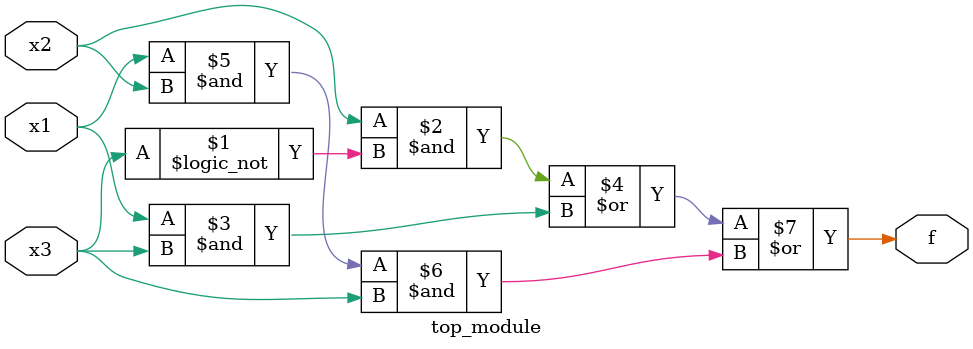
<source format=v>
module top_module( 
    input x3,
    input x2,
    input x1,  // three inputs
    output f   // one output
);
    assign f = (x2 & !x3) | (x1 & x3) | (x1 & x2 & x3);

endmodule
</source>
